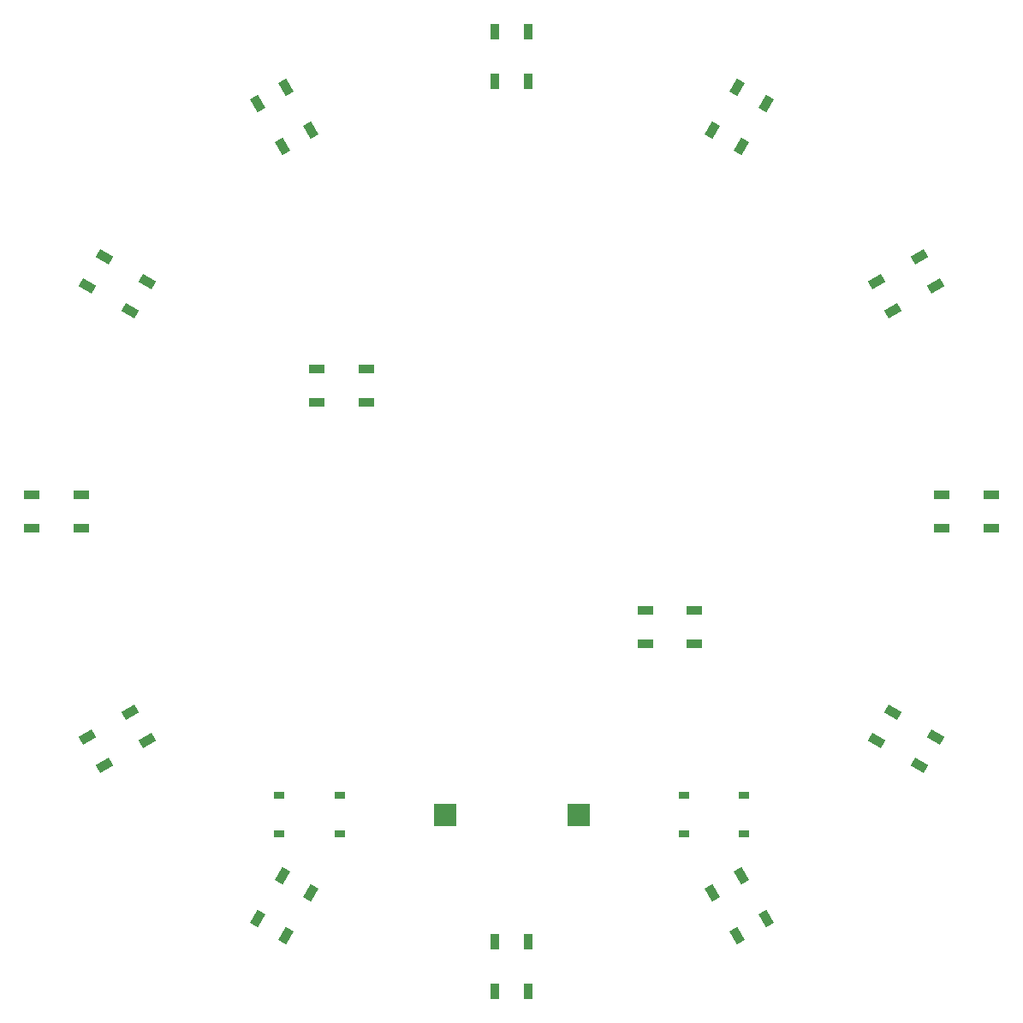
<source format=gbr>
%TF.GenerationSoftware,KiCad,Pcbnew,(6.0.8)*%
%TF.CreationDate,2022-10-27T23:25:15+02:00*%
%TF.ProjectId,Badge,42616467-652e-46b6-9963-61645f706362,rev?*%
%TF.SameCoordinates,Original*%
%TF.FileFunction,Paste,Bot*%
%TF.FilePolarity,Positive*%
%FSLAX46Y46*%
G04 Gerber Fmt 4.6, Leading zero omitted, Abs format (unit mm)*
G04 Created by KiCad (PCBNEW (6.0.8)) date 2022-10-27 23:25:15*
%MOMM*%
%LPD*%
G01*
G04 APERTURE LIST*
G04 Aperture macros list*
%AMRotRect*
0 Rectangle, with rotation*
0 The origin of the aperture is its center*
0 $1 length*
0 $2 width*
0 $3 Rotation angle, in degrees counterclockwise*
0 Add horizontal line*
21,1,$1,$2,0,0,$3*%
G04 Aperture macros list end*
%ADD10RotRect,1.500000X0.900000X30.000000*%
%ADD11RotRect,1.500000X0.900000X300.000000*%
%ADD12RotRect,1.500000X0.900000X240.000000*%
%ADD13RotRect,1.500000X0.900000X330.000000*%
%ADD14RotRect,1.500000X0.900000X120.000000*%
%ADD15R,2.200000X2.200000*%
%ADD16R,0.900000X1.500000*%
%ADD17R,1.500000X0.900000*%
%ADD18RotRect,1.500000X0.900000X150.000000*%
%ADD19R,1.000000X0.750000*%
%ADD20RotRect,1.500000X0.900000X210.000000*%
%ADD21RotRect,1.500000X0.900000X60.000000*%
G04 APERTURE END LIST*
D10*
%TO.C,D5*%
X59703238Y-125153942D03*
X58053238Y-122296058D03*
X62296762Y-119846058D03*
X63946762Y-122703942D03*
%TD*%
D11*
%TO.C,D2*%
X74846058Y-59703238D03*
X77703942Y-58053238D03*
X80153942Y-62296762D03*
X77296058Y-63946762D03*
%TD*%
D12*
%TO.C,D12*%
X122296058Y-58053238D03*
X125153942Y-59703238D03*
X122703942Y-63946762D03*
X119846058Y-62296762D03*
%TD*%
D13*
%TO.C,D3*%
X58053238Y-77703942D03*
X59703238Y-74846058D03*
X63946762Y-77296058D03*
X62296762Y-80153942D03*
%TD*%
D14*
%TO.C,D8*%
X125153942Y-140296762D03*
X122296058Y-141946762D03*
X119846058Y-137703238D03*
X122703942Y-136053238D03*
%TD*%
D15*
%TO.C,BZ1*%
X106600000Y-130000000D03*
X93400000Y-130000000D03*
%TD*%
D16*
%TO.C,D1*%
X98350000Y-52550000D03*
X101650000Y-52550000D03*
X101650000Y-57450000D03*
X98350000Y-57450000D03*
%TD*%
D17*
%TO.C,D13*%
X118090000Y-109780000D03*
X118090000Y-113080000D03*
X113190000Y-113080000D03*
X113190000Y-109780000D03*
%TD*%
D18*
%TO.C,D9*%
X141946762Y-122296058D03*
X140296762Y-125153942D03*
X136053238Y-122703942D03*
X137703238Y-119846058D03*
%TD*%
D19*
%TO.C,SW6*%
X123000000Y-128125000D03*
X117000000Y-128125000D03*
X123000000Y-131875000D03*
X117000000Y-131875000D03*
%TD*%
D17*
%TO.C,D4*%
X52550000Y-101650000D03*
X52550000Y-98350000D03*
X57450000Y-98350000D03*
X57450000Y-101650000D03*
%TD*%
D19*
%TO.C,SW5*%
X77000000Y-128125000D03*
X83000000Y-128125000D03*
X77000000Y-131875000D03*
X83000000Y-131875000D03*
%TD*%
D16*
%TO.C,D7*%
X101650000Y-147450000D03*
X98350000Y-147450000D03*
X98350000Y-142550000D03*
X101650000Y-142550000D03*
%TD*%
D20*
%TO.C,D11*%
X140296762Y-74846058D03*
X141946762Y-77703942D03*
X137703238Y-80153942D03*
X136053238Y-77296058D03*
%TD*%
D17*
%TO.C,D10*%
X147450000Y-98350000D03*
X147450000Y-101650000D03*
X142550000Y-101650000D03*
X142550000Y-98350000D03*
%TD*%
D21*
%TO.C,D6*%
X77703942Y-141946762D03*
X74846058Y-140296762D03*
X77296058Y-136053238D03*
X80153942Y-137703238D03*
%TD*%
D17*
%TO.C,D14*%
X85620000Y-85960000D03*
X85620000Y-89260000D03*
X80720000Y-89260000D03*
X80720000Y-85960000D03*
%TD*%
M02*

</source>
